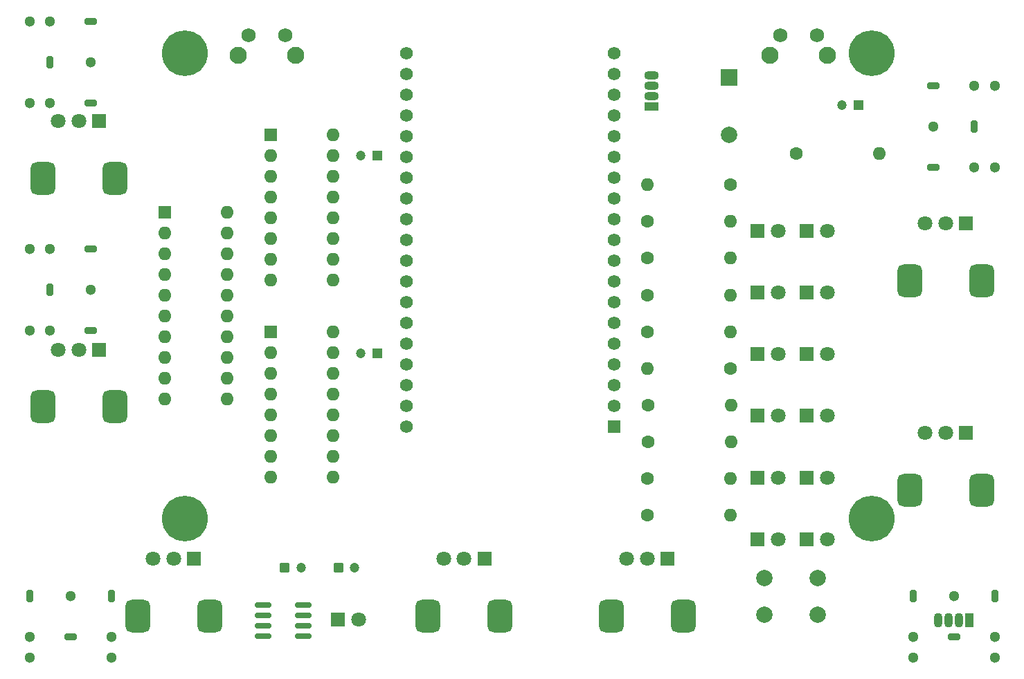
<source format=gbr>
%TF.GenerationSoftware,KiCad,Pcbnew,9.0.3*%
%TF.CreationDate,2025-07-22T15:18:12+02:00*%
%TF.ProjectId,Spikeling_v2.4,5370696b-656c-4696-9e67-5f76322e342e,rev?*%
%TF.SameCoordinates,Original*%
%TF.FileFunction,Soldermask,Top*%
%TF.FilePolarity,Negative*%
%FSLAX46Y46*%
G04 Gerber Fmt 4.6, Leading zero omitted, Abs format (unit mm)*
G04 Created by KiCad (PCBNEW 9.0.3) date 2025-07-22 15:18:12*
%MOMM*%
%LPD*%
G01*
G04 APERTURE LIST*
G04 Aperture macros list*
%AMRoundRect*
0 Rectangle with rounded corners*
0 $1 Rounding radius*
0 $2 $3 $4 $5 $6 $7 $8 $9 X,Y pos of 4 corners*
0 Add a 4 corners polygon primitive as box body*
4,1,4,$2,$3,$4,$5,$6,$7,$8,$9,$2,$3,0*
0 Add four circle primitives for the rounded corners*
1,1,$1+$1,$2,$3*
1,1,$1+$1,$4,$5*
1,1,$1+$1,$6,$7*
1,1,$1+$1,$8,$9*
0 Add four rect primitives between the rounded corners*
20,1,$1+$1,$2,$3,$4,$5,0*
20,1,$1+$1,$4,$5,$6,$7,0*
20,1,$1+$1,$6,$7,$8,$9,0*
20,1,$1+$1,$8,$9,$2,$3,0*%
G04 Aperture macros list end*
%ADD10C,2.100000*%
%ADD11C,1.750000*%
%ADD12C,5.600000*%
%ADD13R,1.800000X1.800000*%
%ADD14C,1.800000*%
%ADD15R,1.600000X1.600000*%
%ADD16O,1.600000X1.600000*%
%ADD17RoundRect,0.750000X-0.750000X1.250000X-0.750000X-1.250000X0.750000X-1.250000X0.750000X1.250000X0*%
%ADD18R,1.800000X1.070000*%
%ADD19O,1.800000X1.070000*%
%ADD20C,1.300000*%
%ADD21RoundRect,0.200000X0.550000X0.200000X-0.550000X0.200000X-0.550000X-0.200000X0.550000X-0.200000X0*%
%ADD22RoundRect,0.200000X-0.200000X0.550000X-0.200000X-0.550000X0.200000X-0.550000X0.200000X0.550000X0*%
%ADD23RoundRect,0.200000X-0.550000X-0.200000X0.550000X-0.200000X0.550000X0.200000X-0.550000X0.200000X0*%
%ADD24RoundRect,0.200000X0.200000X-0.550000X0.200000X0.550000X-0.200000X0.550000X-0.200000X-0.550000X0*%
%ADD25C,1.600000*%
%ADD26R,1.200000X1.200000*%
%ADD27C,1.200000*%
%ADD28RoundRect,0.150000X-0.825000X-0.150000X0.825000X-0.150000X0.825000X0.150000X-0.825000X0.150000X0*%
%ADD29RoundRect,0.250000X-0.350000X-0.350000X0.350000X-0.350000X0.350000X0.350000X-0.350000X0.350000X0*%
%ADD30R,2.000000X2.000000*%
%ADD31C,2.000000*%
%ADD32R,1.560000X1.560000*%
%ADD33C,1.560000*%
%ADD34O,1.070000X1.800000*%
%ADD35R,1.070000X1.800000*%
G04 APERTURE END LIST*
D10*
%TO.C,SW2*%
X191500000Y-55280000D03*
X198510000Y-55280000D03*
D11*
X192750000Y-52790000D03*
X197250000Y-52790000D03*
%TD*%
D12*
%TO.C, *%
X120000000Y-55000000D03*
%TD*%
D13*
%TO.C,D7*%
X190000000Y-76779000D03*
D14*
X192540000Y-76779000D03*
%TD*%
D13*
%TO.C,D2*%
X190000000Y-114504000D03*
D14*
X192540000Y-114504000D03*
%TD*%
D13*
%TO.C,D0*%
X138725000Y-124350000D03*
D14*
X141265000Y-124350000D03*
%TD*%
D15*
%TO.C,U3*%
X130500000Y-89125000D03*
D16*
X130500000Y-91665000D03*
X130500000Y-94205000D03*
X130500000Y-96745000D03*
X130500000Y-99285000D03*
X130500000Y-101825000D03*
X130500000Y-104365000D03*
X130500000Y-106905000D03*
X138120000Y-106905000D03*
X138120000Y-104365000D03*
X138120000Y-101825000D03*
X138120000Y-99285000D03*
X138120000Y-96745000D03*
X138120000Y-94205000D03*
X138120000Y-91665000D03*
X138120000Y-89125000D03*
%TD*%
D17*
%TO.C,RV6*%
X217400000Y-108500000D03*
X208600000Y-108500000D03*
D13*
X215500000Y-101500000D03*
D14*
X213000000Y-101500000D03*
X210500000Y-101500000D03*
%TD*%
D17*
%TO.C,RV4*%
X180900000Y-123900000D03*
X172100000Y-123900000D03*
D13*
X179000000Y-116900000D03*
D14*
X176500000Y-116900000D03*
X174000000Y-116900000D03*
%TD*%
D18*
%TO.C,D1*%
X177000000Y-61500000D03*
D19*
X177000000Y-60230000D03*
X177000000Y-58960000D03*
X177000000Y-57690000D03*
%TD*%
D20*
%TO.C,J2*%
X101000000Y-61100000D03*
X103500000Y-61100000D03*
X108500000Y-56100000D03*
X101000000Y-51100000D03*
X103500000Y-51100000D03*
D21*
X108500000Y-61100000D03*
D22*
X103500000Y-56100000D03*
D21*
X108500000Y-51100000D03*
%TD*%
D20*
%TO.C,J1*%
X219000000Y-59000000D03*
X216500000Y-59000000D03*
X211500000Y-64000000D03*
X219000000Y-69000000D03*
X216500000Y-69000000D03*
D23*
X211500000Y-59000000D03*
D24*
X216500000Y-64000000D03*
D23*
X211500000Y-69000000D03*
%TD*%
D15*
%TO.C,U4*%
X117500000Y-74500000D03*
D16*
X117500000Y-77040000D03*
X117500000Y-79580000D03*
X117500000Y-82120000D03*
X117500000Y-84660000D03*
X117500000Y-87200000D03*
X117500000Y-89740000D03*
X117500000Y-92280000D03*
X117500000Y-94820000D03*
X117500000Y-97360000D03*
X125120000Y-97360000D03*
X125120000Y-94820000D03*
X125120000Y-92280000D03*
X125120000Y-89740000D03*
X125120000Y-87200000D03*
X125120000Y-84660000D03*
X125120000Y-82120000D03*
X125120000Y-79580000D03*
X125120000Y-77040000D03*
X125120000Y-74500000D03*
%TD*%
D17*
%TO.C,RV1*%
X111400000Y-70300000D03*
X102600000Y-70300000D03*
D13*
X109500000Y-63300000D03*
D14*
X107000000Y-63300000D03*
X104500000Y-63300000D03*
%TD*%
D13*
%TO.C,D4*%
X190000000Y-99414000D03*
D14*
X192540000Y-99414000D03*
%TD*%
D17*
%TO.C,RV3*%
X123000000Y-123900000D03*
X114200000Y-123900000D03*
D13*
X121100000Y-116900000D03*
D14*
X118600000Y-116900000D03*
X116100000Y-116900000D03*
%TD*%
D25*
%TO.C,R3*%
X176600000Y-98100000D03*
D16*
X186760000Y-98100000D03*
%TD*%
D12*
%TO.C, *%
X204000000Y-55000000D03*
%TD*%
D15*
%TO.C,U2*%
X130500000Y-65000000D03*
D16*
X130500000Y-67540000D03*
X130500000Y-70080000D03*
X130500000Y-72620000D03*
X130500000Y-75160000D03*
X130500000Y-77700000D03*
X130500000Y-80240000D03*
X130500000Y-82780000D03*
X138120000Y-82780000D03*
X138120000Y-80240000D03*
X138120000Y-77700000D03*
X138120000Y-75160000D03*
X138120000Y-72620000D03*
X138120000Y-70080000D03*
X138120000Y-67540000D03*
X138120000Y-65000000D03*
%TD*%
D26*
%TO.C,C2*%
X143472600Y-91750000D03*
D27*
X141472600Y-91750000D03*
%TD*%
D10*
%TO.C,SW3*%
X126500000Y-55280000D03*
X133510000Y-55280000D03*
D11*
X127750000Y-52790000D03*
X132250000Y-52790000D03*
%TD*%
D13*
%TO.C,D11*%
X196000000Y-91869000D03*
D14*
X198540000Y-91869000D03*
%TD*%
D13*
%TO.C,D9*%
X196000000Y-106959000D03*
D14*
X198540000Y-106959000D03*
%TD*%
D26*
%TO.C,C1*%
X143472600Y-67500000D03*
D27*
X141472600Y-67500000D03*
%TD*%
D28*
%TO.C,U5*%
X129525000Y-122595000D03*
X129525000Y-123865000D03*
X129525000Y-125135000D03*
X129525000Y-126405000D03*
X134475000Y-126405000D03*
X134475000Y-125135000D03*
X134475000Y-123865000D03*
X134475000Y-122595000D03*
%TD*%
D25*
%TO.C,R9*%
X176500000Y-89100000D03*
D16*
X186660000Y-89100000D03*
%TD*%
D13*
%TO.C,D13*%
X196000000Y-76779000D03*
D14*
X198540000Y-76779000D03*
%TD*%
D25*
%TO.C,R12*%
X176571000Y-111600000D03*
D16*
X186731000Y-111600000D03*
%TD*%
D13*
%TO.C,D12*%
X196000000Y-84324000D03*
D14*
X198540000Y-84324000D03*
%TD*%
D29*
%TO.C,C5*%
X132200000Y-118000000D03*
D27*
X134200000Y-118000000D03*
%TD*%
D13*
%TO.C,D10*%
X196000000Y-99414000D03*
D14*
X198540000Y-99414000D03*
%TD*%
D25*
%TO.C,R1*%
X194720000Y-67300000D03*
D16*
X204880000Y-67300000D03*
%TD*%
D17*
%TO.C,RV7*%
X217400000Y-82872000D03*
X208600000Y-82872000D03*
D13*
X215500000Y-75872000D03*
D14*
X213000000Y-75872000D03*
X210500000Y-75872000D03*
%TD*%
D17*
%TO.C,RV2*%
X111400000Y-98300000D03*
X102600000Y-98300000D03*
D13*
X109500000Y-91300000D03*
D14*
X107000000Y-91300000D03*
X104500000Y-91300000D03*
%TD*%
D20*
%TO.C,J3*%
X101000000Y-89000000D03*
X103500000Y-89000000D03*
X108500000Y-84000000D03*
X101000000Y-79000000D03*
X103500000Y-79000000D03*
D21*
X108500000Y-89000000D03*
D22*
X103500000Y-84000000D03*
D21*
X108500000Y-79000000D03*
%TD*%
D13*
%TO.C,D3*%
X190000000Y-106959000D03*
D14*
X192540000Y-106959000D03*
%TD*%
D12*
%TO.C, *%
X204000000Y-112000000D03*
%TD*%
D29*
%TO.C,C4*%
X138727401Y-118000000D03*
D27*
X140727401Y-118000000D03*
%TD*%
D13*
%TO.C,D5*%
X190000000Y-91869000D03*
D14*
X192540000Y-91869000D03*
%TD*%
D25*
%TO.C,R8*%
X176500000Y-84600000D03*
D16*
X186660000Y-84600000D03*
%TD*%
D25*
%TO.C,R2*%
X176600000Y-102600000D03*
D16*
X186760000Y-102600000D03*
%TD*%
D17*
%TO.C,RV5*%
X158519000Y-123900000D03*
X149719000Y-123900000D03*
D13*
X156619000Y-116900000D03*
D14*
X154119000Y-116900000D03*
X151619000Y-116900000D03*
%TD*%
D26*
%TO.C,C3*%
X202350000Y-61350000D03*
D27*
X200350000Y-61350000D03*
%TD*%
D25*
%TO.C,R7*%
X176500000Y-80100000D03*
D16*
X186660000Y-80100000D03*
%TD*%
D25*
%TO.C,R4*%
X186680000Y-71100000D03*
D16*
X176520000Y-71100000D03*
%TD*%
D30*
%TO.C,BZ1*%
X186500000Y-58000000D03*
D31*
X186500000Y-65000000D03*
%TD*%
D12*
%TO.C, *%
X120000000Y-112000000D03*
%TD*%
D25*
%TO.C,R11*%
X176570000Y-107100000D03*
D16*
X186730000Y-107100000D03*
%TD*%
D25*
%TO.C,R6*%
X176500000Y-75600000D03*
D16*
X186660000Y-75600000D03*
%TD*%
D31*
%TO.C,SW1*%
X190860000Y-119250000D03*
X197360000Y-119250000D03*
X190860000Y-123750000D03*
X197360000Y-123750000D03*
%TD*%
D13*
%TO.C,D8*%
X196000000Y-114504000D03*
D14*
X198540000Y-114504000D03*
%TD*%
D13*
%TO.C,D6*%
X190000000Y-84324000D03*
D14*
X192540000Y-84324000D03*
%TD*%
D20*
%TO.C,J5*%
X219000000Y-129000000D03*
X219000000Y-126500000D03*
X214000000Y-121500000D03*
X209000000Y-129000000D03*
X209000000Y-126500000D03*
D22*
X219000000Y-121500000D03*
D23*
X214000000Y-126500000D03*
D22*
X209000000Y-121500000D03*
%TD*%
D32*
%TO.C,U1*%
X172450000Y-100760000D03*
D33*
X172450000Y-98220000D03*
X172450000Y-95680000D03*
X172450000Y-93140000D03*
X172450000Y-90600000D03*
X172450000Y-88060000D03*
X172450000Y-85520000D03*
X172450000Y-82980000D03*
X172450000Y-80440000D03*
X172450000Y-77900000D03*
X172450000Y-75360000D03*
X172450000Y-72820000D03*
X172450000Y-70280000D03*
X172450000Y-67740000D03*
X172450000Y-65200000D03*
X172450000Y-62660000D03*
X172450000Y-60120000D03*
X172450000Y-57580000D03*
X172450000Y-55040000D03*
X147050000Y-100760000D03*
X147050000Y-98220000D03*
X147050000Y-95680000D03*
X147050000Y-93140000D03*
X147050000Y-90600000D03*
X147050000Y-88060000D03*
X147050000Y-85520000D03*
X147050000Y-82980000D03*
X147050000Y-80440000D03*
X147050000Y-77900000D03*
X147050000Y-75360000D03*
X147050000Y-72820000D03*
X147050000Y-70280000D03*
X147050000Y-67740000D03*
X147050000Y-65200000D03*
X147050000Y-62660000D03*
X147050000Y-60120000D03*
X147050000Y-57580000D03*
X147050000Y-55040000D03*
%TD*%
D25*
%TO.C,R5*%
X186660000Y-93600000D03*
D16*
X176500000Y-93600000D03*
%TD*%
D34*
%TO.C,D14*%
X212060000Y-124425000D03*
X213330000Y-124425000D03*
X214600000Y-124425000D03*
D35*
X215870000Y-124425000D03*
%TD*%
D20*
%TO.C,J4*%
X111000000Y-129000000D03*
X111000000Y-126500000D03*
X106000000Y-121500000D03*
X101000000Y-129000000D03*
X101000000Y-126500000D03*
D22*
X111000000Y-121500000D03*
D23*
X106000000Y-126500000D03*
D22*
X101000000Y-121500000D03*
%TD*%
M02*

</source>
